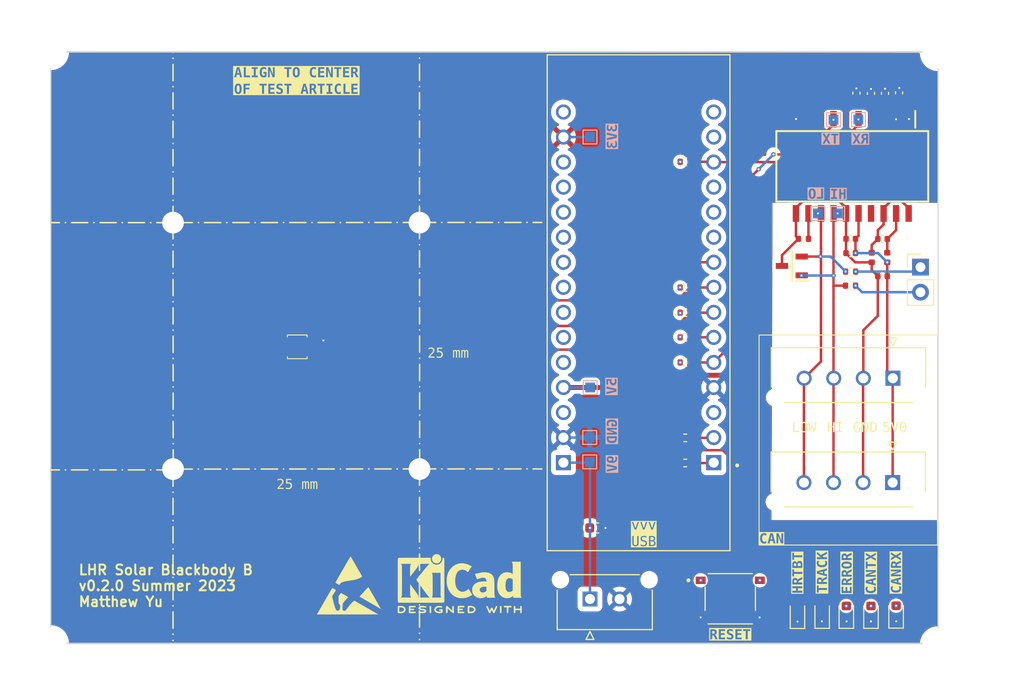
<source format=kicad_pcb>
(kicad_pcb (version 20221018) (generator pcbnew)
  (title_block (title "Blackbody B") (date "2023-07-16") (rev "v0.2.0") (company "LHR Solar") (comment 1 "Matthew Yu") (comment 2 "Jacob Pustilnik") (comment 3 "Gary Hallock"))
  (layers (0 "F.Cu" signal) (1 "In1.Cu" signal) (2 "In2.Cu" signal) (31 "B.Cu" signal) (34 "B.Paste" user) (35 "F.Paste" user) (36 "B.SilkS" user "B.Silkscreen") (37 "F.SilkS" user "F.Silkscreen") (38 "B.Mask" user) (39 "F.Mask" user) (44 "Edge.Cuts" user))
  (net 0 "")
  (net 1 "+9V")
  (net 2 "GND")
  (net 3 "+5V")
  (net 4 "+3V3")
  (net 5 "Net-(IC201-VISOOUT)")
  (net 6 "Net-(IC201-GNDISO_1)")
  (net 7 "Net-(IC201-VISOIN)")
  (net 8 "Net-(D201-K3)")
  (net 9 "Net-(D101-A)")
  (net 10 "Net-(D102-A)")
  (net 11 "Net-(D103-A)")
  (net 12 "Net-(D104-A)")
  (net 13 "Net-(D105-A)")
  (net 14 "/comm_can/CAN_H")
  (net 15 "/comm_can/CAN_L")
  (net 16 "/SCL")
  (net 17 "/INT")
  (net 19 "/SDA")
  (net 20 "/CAN_RX")
  (net 22 "/CAN_TX")
  (net 25 "Net-(IC201-RS)")
  (net 27 "Net-(JP201-A)")
  (net 28 "Net-(JP201-B)")
  (net 29 "/Error")
  (net 30 "/Tracking")
  (net 31 "/Heartbeat")
  (net 32 "/Reset")
  (footprint "Capacitor_SMD:C_0402_1005Metric" (layer "F.Cu") (at 174.365 82.75 180)
    (fp_text reference "C206" hide)
    (fp_text value "10uF")
    (pad "1" smd roundrect (at -0.48 0 180) (size 0.56 0.62) (layers "F.Cu" "F.Paste" "F.Mask") (net 7 "Net-(IC201-VISOIN)"))
    (pad "2" smd roundrect (at 0.48 0 180) (size 0.56 0.62) (layers "F.Cu" "F.Paste" "F.Mask") (net 8 "Net-(D201-K3)"))
  )
  (footprint "LED_SMD:LED_0603_1608Metric" (layer "F.Cu") (at 165.735 116.9975 90)
    (fp_text reference "D103" hide)
    (fp_text value "GREEN")
    (pad "1" smd roundrect (at -0.7875 0 90) (size 0.875 0.95) (layers "F.Cu" "F.Paste" "F.Mask") (net 2 "GND"))
    (pad "2" smd roundrect (at 0.7875 0 90) (size 0.875 0.95) (layers "F.Cu" "F.Paste" "F.Mask") (net 11 "Net-(D103-A)"))
  )
  (footprint "MountingHole:MountingHole_3.2mm_M3" (layer "F.Cu") (at 90 120)
    (fp_text reference "H104" hide)
    (fp_text value "MountingHole")
    (pad "" np_thru_hole circle (at 0 0) (size 3.2 3.2) (drill 3.2) (layers "*.Cu" "*.Mask"))
  )
  (footprint "Capacitor_SMD:C_0402_1005Metric" (layer "F.Cu") (at 174.615 64.21 90)
    (fp_text reference "C202" hide)
    (fp_text value "100nF")
    (pad "1" smd roundrect (at -0.48 0 90) (size 0.56 0.62) (layers "F.Cu" "F.Paste" "F.Mask") (net 3 "+5V"))
    (pad "2" smd roundrect (at 0.48 0 90) (size 0.56 0.62) (layers "F.Cu" "F.Paste" "F.Mask") (net 2 "GND"))
  )
  (footprint "Resistor_SMD:R_0402_1005Metric" (layer "F.Cu") (at 171.13 82.285 180)
    (fp_text reference "R203" hide)
    (fp_text value "60.4")
    (pad "1" smd roundrect (at -0.51 0 180) (size 0.54 0.64) (layers "F.Cu" "F.Paste" "F.Mask") (net 27 "Net-(JP201-A)"))
    (pad "2" smd roundrect (at 0.51 0 180) (size 0.54 0.64) (layers "F.Cu" "F.Paste" "F.Mask") (net 15 "/comm_can/CAN_L"))
  )
  (footprint "MountingHole:MountingHole_3.2mm_M3" (layer "F.Cu") (at 90 60)
    (fp_text reference "H103" hide)
    (fp_text value "MountingHole")
    (pad "" np_thru_hole circle (at 0 0) (size 3.2 3.2) (drill 3.2) (layers "*.Cu" "*.Mask"))
  )
  (footprint "footprints:molex_microfit_43650_0427" (layer "F.Cu") (at 175.39 103.685)
    (fp_text reference "J202" hide)
    (fp_text value "43650-0427")
    (pad "" np_thru_hole circle (at -12 1.96) (size 1.27 1.27) (drill 1.27) (layers "*.Cu" "*.Mask"))
    (pad "" np_thru_hole circle (at 3 1.96) (size 1.27 1.27) (drill 1.27) (layers "*.Cu" "*.Mask"))
    (pad "1" thru_hole rect (at 0 0) (size 1.52 1.52) (drill 1.02) (layers "*.Cu") (net 7 "Net-(IC201-VISOIN)"))
    (pad "2" thru_hole circle (at -3 0) (size 1.52 1.52) (drill 1.02) (layers "*.Cu") (net 8 "Net-(D201-K3)"))
    (pad "3" thru_hole circle (at -6 0) (size 1.52 1.52) (drill 1.02) (layers "*.Cu") (net 14 "/comm_can/CAN_H"))
    (pad "4" thru_hole circle (at -9 0) (size 1.52 1.52) (drill 1.02) (layers "*.Cu") (net 15 "/comm_can/CAN_L"))
  )
  (footprint "Resistor_SMD:R_0402_1005Metric" (layer "F.Cu") (at 154.35 86.45)
    (fp_text reference "R103" hide)
    (fp_text value "4.7k")
    (pad "1" smd roundrect (at -0.51 0) (size 0.54 0.64) (layers "F.Cu" "F.Paste" "F.Mask") (net 4 "+3V3"))
    (pad "2" smd roundrect (at 0.51 0) (size 0.54 0.64) (layers "F.Cu" "F.Paste" "F.Mask") (net 19 "/SDA"))
  )
  (footprint "MountingHole:MountingHole_2.2mm_M2" (layer "F.Cu") (at 127.400819 102.316664)
    (fp_text reference "FID104" hide)
    (fp_text value "Fiducial")
    (pad "" np_thru_hole circle (at 0 0) (size 2.2 2.2) (drill 2.2) (layers "*.Cu" "*.Mask"))
  )
  (footprint "Connector_PinHeader_2.54mm:PinHeader_1x02_P2.54mm_Vertical" (layer "F.Cu") (at 178.215 81.835)
    (fp_text reference "JP201" hide)
    (fp_text value "Termination Resistors")
    (pad "1" thru_hole rect (at 0 0) (size 1.7 1.7) (drill 1) (layers "*.Cu" "*.Mask") (net 27 "Net-(JP201-A)"))
    (pad "2" thru_hole oval (at 0 2.54) (size 1.7 1.7) (drill 1) (layers "*.Cu" "*.Mask") (net 28 "Net-(JP201-B)"))
  )
  (footprint "LED_SMD:LED_0603_1608Metric" (layer "F.Cu") (at 173.19 116.985 90)
    (fp_text reference "D104" hide)
    (fp_text value "BLUE")
    (pad "1" smd roundrect (at -0.7875 0 90) (size 0.875 0.95) (layers "F.Cu" "F.Paste" "F.Mask") (net 2 "GND"))
    (pad "2" smd roundrect (at 0.7875 0 90) (size 0.875 0.95) (layers "F.Cu" "F.Paste" "F.Mask") (net 12 "Net-(D104-A)"))
  )
  (footprint "Capacitor_SMD:C_0402_1005Metric" (layer "F.Cu") (at 174.365 78.975 180)
    (fp_text reference "C205" hide)
    (fp_text value "220nF")
    (pad "1" smd roundrect (at -0.48 0 180) (size 0.56 0.62) (layers "F.Cu" "F.Paste" "F.Mask") (net 5 "Net-(IC201-VISOOUT)"))
    (pad "2" smd roundrect (at 0.48 0 180) (size 0.56 0.62) (layers "F.Cu" "F.Paste" "F.Mask") (net 6 "Net-(IC201-GNDISO_1)"))
  )
  (footprint "footprints:molex_microfit_43650_0227" (layer "F.Cu") (at 144.69 115.495 180)
    (fp_text reference "J101" hide)
    (fp_text value "43650-0227")
    (pad "" np_thru_hole circle (at -6 1.96 180) (size 1.27 1.27) (drill 1.27) (layers "*.Cu" "*.Mask"))
    (pad "" np_thru_hole circle (at 3 1.96 180) (size 1.27 1.27) (drill 1.27) (layers "*.Cu" "*.Mask"))
    (pad "1" thru_hole rect (at 0 0 180) (size 1.52 1.52) (drill 1.02) (layers "*.Cu") (net 1 "+9V"))
    (pad "2" thru_hole circle (at -3 0 180) (size 1.52 1.52) (drill 1.02) (layers "*.Cu") (net 2 "GND"))
  )
  (footprint "Inductor_SMD:L_0402_1005Metric" (layer "F.Cu") (at 174.84 80.86 90)
    (fp_text reference "L201" hide)
    (fp_text value "1.8k")
    (pad "1" smd roundrect (at -0.485 0 90) (size 0.59 0.64) (layers "F.Cu" "F.Paste" "F.Mask") (net 7 "Net-(IC201-VISOIN)"))
    (pad "2" smd roundrect (at 0.485 0 90) (size 0.59 0.64) (layers "F.Cu" "F.Paste" "F.Mask") (net 5 "Net-(IC201-VISOOUT)"))
  )
  (footprint "Capacitor_SMD:C_0402_1005Metric" (layer "F.Cu") (at 171.715 64.185 90)
    (fp_text reference "C203" hide)
    (fp_text value "100nF")
    (pad "1" smd roundrect (at -0.48 0 90) (size 0.56 0.62) (layers "F.Cu" "F.Paste" "F.Mask") (net 4 "+3V3"))
    (pad "2" smd roundrect (at 0.48 0 90) (size 0.56 0.62) (layers "F.Cu" "F.Paste" "F.Mask") (net 2 "GND"))
  )
  (footprint "Capacitor_SMD:C_0402_1005Metric" (layer "F.Cu") (at 173.19 64.21 90)
    (fp_text reference "C204" hide)
    (fp_text value "10nF")
    (pad "1" smd roundrect (at -0.48 0 90) (size 0.56 0.62) (layers "F.Cu" "F.Paste" "F.Mask") (net 4 "+3V3"))
    (pad "2" smd roundrect (at 0.48 0 90) (size 0.56 0.62) (layers "F.Cu" "F.Paste" "F.Mask") (net 2 "GND"))
  )
  (footprint "Symbol:ESD-Logo_6.6x6mm_SilkScreen" (layer "F.Cu") (at 120.25 114.1)
    (fp_text reference "REF**" hide)
    (fp_text value "ESD-Logo_6.6x6mm_SilkScreen" hide)
  )
  (footprint "MountingHole:MountingHole_2.2mm_M2" (layer "F.Cu") (at 102.400819 102.316664)
    (fp_text reference "FID103" hide)
    (fp_text value "Fiducial")
    (pad "" np_thru_hole circle (at 0 0) (size 2.2 2.2) (drill 2.2) (layers "*.Cu" "*.Mask"))
  )
  (footprint "LED_SMD:LED_0603_1608Metric" (layer "F.Cu") (at 168.24 116.985 90)
    (fp_text reference "D102" hide)
    (fp_text value "GREEN")
    (pad "1" smd roundrect (at -0.7875 0 90) (size 0.875 0.95) (layers "F.Cu" "F.Paste" "F.Mask") (net 2 "GND"))
    (pad "2" smd roundrect (at 0.7875 0 90) (size 0.875 0.95) (layers "F.Cu" "F.Paste" "F.Mask") (net 10 "Net-(D102-A)"))
  )
  (footprint "MountingHole:MountingHole_2.2mm_M2" (layer "F.Cu") (at 127.400819 77.316664)
    (fp_text reference "FID102" hide)
    (fp_text value "Fiducial")
    (pad "" np_thru_hole circle (at 0 0) (size 2.2 2.2) (drill 2.2) (layers "*.Cu" "*.Mask"))
  )
  (footprint "LED_SMD:LED_0603_1608Metric" (layer "F.Cu") (at 170.69 116.985 90)
    (fp_text reference "D101" hide)
    (fp_text value "YELLOW")
    (pad "1" smd roundrect (at -0.7875 0 90) (size 0.875 0.95) (layers "F.Cu" "F.Paste" "F.Mask") (net 2 "GND"))
    (pad "2" smd roundrect (at 0.7875 0 90) (size 0.875 0.95) (layers "F.Cu" "F.Paste" "F.Mask") (net 9 "Net-(D101-A)"))
  )
  (footprint "Capacitor_SMD:C_0402_1005Metric" (layer "F.Cu") (at 171.14 78.96 180)
    (fp_text reference "C207" hide)
    (fp_text value "10nF")
    (pad "1" smd roundrect (at -0.48 0 180) (size 0.56 0.62) (layers "F.Cu" "F.Paste" "F.Mask") (net 7 "Net-(IC201-VISOIN)"))
    (pad "2" smd roundrect (at 0.48 0 180) (size 0.56 0.62) (layers "F.Cu" "F.Paste" "F.Mask") (net 8 "Net-(D201-K3)"))
  )
  (footprint "MountingHole:MountingHole_3.2mm_M3" (layer "F.Cu") (at 180 120.1)
    (fp_text reference "H102" hide)
    (fp_text value "MountingHole")
    (pad "" np_thru_hole circle (at 0 0) (size 3.2 3.2) (drill 3.2) (layers "*.Cu" "*.Mask"))
  )
  (footprint "footprints:analog_ADM3055EBRIZ" (layer "F.Cu") (at 171.295 71.61 -90)
    (fp_text reference "IC201" hide)
    (fp_text value "ADM3055EBRIZ" hide)
    (pad "1" smd rect (at -4.775 -5.715) (size 0.65 1.7) (layers "F.Cu" "F.Paste" "F.Mask") (net 2 "GND"))
    (pad "2" smd rect (at -4.775 -4.445) (size 0.65 1.7) (layers "F.Cu" "F.Paste" "F.Mask") (net 2 "GND"))
    (pad "3" smd rect (at -4.775 -3.175) (size 0.65 1.7) (layers "F.Cu" "F.Paste" "F.Mask") (net 3 "+5V"))
    (pad "4" smd rect (at -4.775 -1.905) (size 0.65 1.7) (layers "F.Cu" "F.Paste" "F.Mask") (net 4 "+3V3"))
    (pad "5" smd rect (at -4.775 -0.635) (size 0.65 1.7) (layers "F.Cu" "F.Paste" "F.Mask") (net 20 "/CAN_RX"))
    (pad "6" smd rect (at -4.775 0.635) (size 0.65 1.7) (layers "F.Cu" "F.Paste" "F.Mask"))
    (pad "7" smd rect (at -4.775 1.905) (size 0.65 1.7) (layers "F.Cu" "F.Paste" "F.Mask") (net 22 "/CAN_TX"))
    (pad "8" smd rect (at -4.775 3.175) (size 0.65 1.7) (layers "F.Cu" "F.Paste" "F.Mask"))
    (pad "9" smd rect (at -4.775 4.445) (size 0.65 1.7) (layers "F.Cu" "F.Paste" "F.Mask"))
    (pad "10" smd rect (at -4.775 5.715) (size 0.65 1.7) (layers "F.Cu" "F.Paste" "F.Mask") (net 2 "GND"))
    (pad "11" smd rect (at 4.775 5.715) (size 0.65 1.7) (layers "F.Cu" "F.Paste" "F.Mask") (net 8 "Net-(D201-K3)"))
    (pad "12" smd rect (at 4.775 4.445) (size 0.65 1.7) (layers "F.Cu" "F.Paste" "F.Mask") (net 25 "Net-(IC201-RS)"))
    (pad "13" smd rect (at 4.775 3.175) (size 0.65 1.7) (layers "F.Cu" "F.Paste" "F.Mask") (net 15 "/comm_can/CAN_L"))
    (pad "14" smd rect (at 4.775 1.905) (size 0.65 1.7) (layers "F.Cu" "F.Paste" "F.Mask") (net 14 "/comm_can/CAN_H"))
    (pad "15" smd rect (at 4.775 0.635) (size 0.65 1.7) (layers "F.Cu" "F.Paste" "F.Mask") (net 8 "Net-(D201-K3)"))
    (pad "16" smd rect (at 4.775 -0.635) (size 0.65 1.7) (layers "F.Cu" "F.Paste" "F.Mask") (net 7 "Net-(IC201-VISOIN)"))
    (pad "17" smd rect (at 4.775 -1.905) (size 0.65 1.7) (layers "F.Cu" "F.Paste" "F.Mask"))
    (pad "18" smd rect (at 4.775 -3.175) (size 0.65 1.7) (layers "F.Cu" "F.Paste" "F.Mask") (net 6 "Net-(IC201-GNDISO_1)"))
    (pad "19" smd rect (at 4.775 -4.445) (size 0.65 1.7) (layers "F.Cu" "F.Paste" "F.Mask") (net 5 "Net-(IC201-VISOOUT)"))
    (pad "20" smd rect (at 4.775 -5.715) (size 0.65 1.7) (layers "F.Cu" "F.Paste" "F.Mask") (net 6 "Net-(IC201-GNDISO_1)"))
  )
  (footprint "footprints:stm_nucleo_L432KC" (layer "F.Cu") (at 149.62 85.445 180)
    (fp_text reference "U101" hide)
    (fp_text value "NUCLEO-L432KC")
    (pad "1" thru_hole rect (at -7.62 -16.215 180) (size 1.53 1.53) (drill 1.02) (layers "*.Cu" "*.Mask") (net 31 "/Heartbeat"))
    (pad "2" thru_hole circle (at -7.62 -13.675 180) (size 1.53 1.53) (drill 1.02) (layers "*.Cu" "*.Mask") (net 30 "/Tracking"))
    (pad "3" thru_hole circle (at -7.62 -11.135 180) (size 1.53 1.53) (drill 1.02) (layers "*.Cu" "*.Mask") (net 32 "/Reset"))
    (pad "4" thru_hole circle (at -7.62 -8.595 180) (size 1.53 1.53) (drill 1.02) (layers "*.Cu" "*.Mask") (net 2 "GND"))
    (pad "5" thru_hole circle (at -7.62 -6.055 180) (size 1.53 1.53) (drill 1.02) (layers "*.Cu" "*.Mask") (net 22 "/CAN_TX"))
    (pad "6" thru_hole circle (at -7.62 -3.515 180) (size 1.53 1.53) (drill 1.02) (layers "*.Cu" "*.Mask") (net 29 "/Error"))
    (pad "7" thru_hole circle (at -7.62 -0.975 180) (size 1.53 1.53) (drill 1.02) (layers "*.Cu" "*.Mask") (net 19 "/SDA"))
    (pad "8" thru_hole circle (at -7.62 1.565 180) (size 1.53 1.53) (drill 1.02) (layers "*.Cu" "*.Mask") (net 16 "/SCL"))
    (pad "9" thru_hole circle (at -7.62 4.105 180) (size 1.53 1.53) (drill 1.02) (layers "*.Cu" "*.Mask") (net 17 "/INT"))
    (pad "10" thru_hole circle (at -7.62 6.645 180) (size 1.53 1.53) (drill 1.02) (layers "*.Cu" "*.Mask"))
    (pad "11" thru_hole circle (at -7.62 9.185 180) (size 1.53 1.53) (drill 1.02) (layers "*.Cu" "*.Mask"))
    (pad "12" thru_hole circle (at -7.62 11.725 180) (size 1.53 1.53) (drill 1.02) (layers "*.Cu" "*.Mask"))
    (pad "13" thru_hole circle (at -7.62 14.265 180) (size 1.53 1.53) (drill 1.02) (layers "*.Cu" "*.Mask") (net 20 "/CAN_RX"))
    (pad "14" thru_hole circle (at -7.62 16.805 180) (size 1.53 1.53) (drill 1.02) (layers "*.Cu" "*.Mask"))
    (pad "15" thru_hole circle (at -7.62 19.345 180) (size 1.53 1.53) (drill 1.02) (layers "*.Cu" "*.Mask"))
    (pad "16" thru_hole circle (at 7.62 19.345 180) (size 1.53 1.53) (drill 1.02) (layers "*.Cu" "*.Mask"))
    (pad "17" thru_hole circle (at 7.62 16.805 180) (size 1.53 1.53) (drill 1.02) (layers "*.Cu" "*.Mask") (net 4 "+3V3"))
    (pad "18" thru_hole circle (at 7.62 14.265 180) (size 1.53 1.53) (drill 1.02) (layers "*.Cu" "*.Mask"))
    (pad "19" thru_hole circle (at 7.62 11.725 180) (size 1.53 1.53) (drill 1.02) (layers "*.Cu" "*.Mask"))
    (pad "20" thru_hole circle (at 7.62 9.185 180) (size 1.53 1.53) (drill 1.02) (layers "*.Cu" "*.Mask"))
    (pad "21" thru_hole circle (at 7.62 6.645 180) (size 1.53 1.53) (drill 1.02) (layers "*.Cu" "*.Mask"))
    (pad "22" thru_hole circle (at 7.62 4.105 180) (size 1.53 1.53) (drill 1.02) (layers "*.Cu" "*.Mask"))
    (pad "23" thru_hole circle (at 7.62 1.565 180) (size 1.53 1.53) (drill 1.02) (layers "*.Cu" "*.Mask"))
    (pad "24" thru_hole circle (at 7.62 -0.975 180) (size 1.53 1.53) (drill 1.02) (layers "*.Cu" "*.Mask"))
    (pad "25" thru_hole circle (at 7.62 -3.515 180) (size 1.53 1.53) (drill 1.02) (layers "*.Cu" "*.Mask"))
    (pad "26" thru_hole circle (at 7.62 -6.055 180) (size 1.53 1.53) (drill 1.02) (layers "*.Cu" "*.Mask"))
    (pad "27" thru_hole circle (at 7.62 -8.595 180) (size 1.53 1.53) (drill 1.02) (layers "*.Cu" "*.Mask") (net 3 "+5V"))
    (pad "28" thru_hole circle (at 7.62 -11.135 180) (size 1.53 1.53) (drill 1.02) (layers "*.Cu" "*.Mask") (net 32 "/Reset"))
    (pad "29" thru_hole circle (at 7.62 -13.675 180) (size 1.53 1.53) (drill 1.02) (layers "*.Cu" "*.Mask") (net 2 "GND"))
    (pad "30" thru_hole rect (at 7.62 -16.215 180) (size 1.53 1.53) (drill 1.02) (layers "*.Cu" "*.Mask") (net 1 "+9V"))
  )
  (footprint "footprints:molex_microfit_43650_0427" (layer "F.Cu") (at 175.415 93.1)
    (fp_text reference "J201" hide)
    (fp_text value "43650-0427")
    (pad "" np_thru_hole circle (at -12 1.96) (size 1.27 1.27) (drill 1.27) (layers "*.Cu" "*.Mask"))
    (pad "" np_thru_hole circle (at 3 1.96) (size 1.27 1.27) (drill 1.27) (layers "*.Cu" "*.Mask"))
    (pad "1" thru_hole rect (at 0 0) (size 1.52 1.52) (drill 1.02) (layers "*.Cu") (net 7 "Net-(IC201-VISOIN)"))
    (pad "2" thru_hole circle (at -3 0) (size 1.52 1.52) (drill 1.02) (layers "*.Cu") (net 8 "Net-(D201-K3)"))
    (pad "3" thru_hole circle (at -6 0) (size 1.52 1.52) (drill 1.02) (layers "*.Cu") (net 14 "/comm_can/CAN_H"))
    (pad "4" thru_hole circle (at -9 0) (size 1.52 1.52) (drill 1.02) (layers "*.Cu") (net 15 "/comm_can/CAN_L"))
  )
  (footprint "Capacitor_SMD:C_0402_1005Metric" (layer "F.Cu") (at 176.04 64.16 90)
    (fp_text reference "C201" hide)
    (fp_text value "10uF")
    (pad "1" smd roundrect (at -0.48 0 90) (size 0.56 0.62) (layers "F.Cu" "F.Paste" "F.Mask") (net 3 "+5V"))
    (pad "2" smd roundrect (at 0.48 0 90) (size 0.56 0.62) (layers "F.Cu" "F.Paste" "F.Mask") (net 2 "GND"))
  )
  (footprint "Resistor_SMD:R_0402_1005Metric" (layer "F.Cu") (at 154.35 91.5)
    (fp_text reference "R106" hide)
    (fp_text value "100")
    (pad "1" smd roundrect (at -0.51 0) (size 0.54 0.64) (layers "F.Cu" "F.Paste" "F.Mask") (net 12 "Net-(D104-A)"))
    (pad "2" smd roundrect (at 0.51 0) (size 0.54 0.64) (layers "F.Cu" "F.Paste" "F.Mask") (net 22 "/CAN_TX"))
  )
  (footprint "Capacitor_SMD:C_0603_1608Metric" (layer "F.Cu") (at 145.44 108.285)
    (fp_text reference "C101" hide)
    (fp_text value "10uF")
    (pad "1" smd roundrect (at -0.775 0) (size 0.9 0.95) (layers "F.Cu" "F.Paste" "F.Mask") (net 1 "+9V"))
    (pad "2" smd roundrect (at 0.775 0) (size 0.9 0.95) (layers "F.Cu" "F.Paste" "F.Mask") (net 2 "GND"))
  )
  (footprint "Symbol:KiCad-Logo2_5mm_SilkScreen" (layer "F.Cu") (at 131.475 113.925)
    (fp_text reference "REF**" hide)
    (fp_text value "KiCad-Logo2_5mm_SilkScreen" hide)
  )
  (footprint "Resistor_SMD:R_0402_1005Metric" (layer "F.Cu") (at 166.34 78.96 180)
    (fp_text reference "R201" hide)
    (fp_text value "0")
    (pad "1" smd roundrect (at -0.51 0 180) (size 0.54 0.64) (layers "F.Cu" "F.Paste" "F.Mask") (net 25 "Net-(IC201-RS)"))
    (pad "2" smd roundrect (at 0.51 0 180) (size 0.54 0.64) (layers "F.Cu" "F.Paste" "F.Mask") (net 8 "Net-(D201-K3)"))
  )
  (footprint "Resistor_SMD:R_0402_1005Metric" (layer "F.Cu") (at 154.35 101.7)
    (fp_text reference "R105" hide)
    (fp_text value "100")
    (pad "1" smd roundrect (at -0.51 0) (size 0.54 0.64) (layers "F.Cu" "F.Paste" "F.Mask") (net 11 "Net-(D103-A)"))
    (pad "2" smd roundrect (at 0.51 0) (size 0.54 0.64) (layers "F.Cu" "F.Paste" "F.Mask") (net 31 "/Heartbeat"))
  )
  (footprint "footprints:bourns_CDSOT23_T24CAN" (layer "F.Cu") (at 165.165 81.71 180)
    (fp_text reference "D201" hide)
    (fp_text value "CDSOT23-T24CAN" hide)
    (pad "1" smd rect (at -1 -0.95 270) (size 0.6 1.25) (layers "F.Cu" "F.Paste" "F.Mask") (net 14 "/comm_can/CAN_H"))
    (pad "2" smd rect (at -1 0.95 270) (size 0.6 1.25) (layers "F.Cu" "F.Paste" "F.Mask") (net 15 "/comm_can/CAN_L"))
    (pad "3" smd rect (at 1 0 270) (size 0.6 1.25) (layers "F.Cu" "F.Paste" "F.Mask") (net 8 "Net-(D201-K3)"))
  )
  (footprint "Resistor_SMD:R_0402_1005Metric" (layer "F.Cu") (at 154.35 88.95)
    (fp_text reference "R102" hide)
    (fp_text value "100")
    (pad "1" smd roundrect (at -0.51 0) (size 0.54 0.64) (layers "F.Cu" "F.Paste" "F.Mask") (net 9 "Net-(D101-A)"))
    (pad "2" smd roundrect (at 0.51 0) (size 0.54 0.64) (layers "F.Cu" "F.Paste" "F.Mask") (net 29 "/Error"))
  )
  (footprint "footprints:xkb_TS_1187A_B_A_B" (layer "F.Cu") (at 158.92 115.47)
    (fp_text reference "S101" hide)
    (fp_text value "TS-1187A-B-A-B")
    (pad "A" smd rect (at -3 -1.875) (size 1 0.75) (layers "F.Cu" "F.Paste" "F.Mask") (net 32 "/Reset"))
    (pad "B" smd rect (at 3 -1.875) (size 1 0.75) (layers "F.Cu" "F.Paste" "F.Mask") (net 32 "/Reset"))
    (pad "C" smd rect (at -3 1.875) (size 1 0.75) (layers "F.Cu" "F.Paste" "F.Mask") (net 2 "GND"))
    (pad "D" smd rect (at 3 1.875) (size 1 0.75) (layers "F.Cu" "F.Paste" "F.Mask") (net 2 "GND"))
  )
  (footprint "Resistor_SMD:R_0402_1005Metric" (layer "F.Cu") (at 154.35 99.15)
    (fp_text reference "R104" hide)
    (fp_text value "100")
    (pad "1" smd roundrect (at -0.51 0) (size 0.54 0.64) (layers "F.Cu" "F.Paste" "F.Mask") (net 10 "Net-(D102-A)"))
    (pad "2" smd roundrect (at 0.51 0) (size 0.54 0.64) (layers "F.Cu" "F.Paste" "F.Mask") (net 30 "/Tracking"))
  )
  (footprint "Resistor_SMD:R_0402_1005Metric" (layer "F.Cu") (at 171.115 83.71 180)
    (fp_text reference "R202" hide)
    (fp_text value "60.4")
    (pad "1" smd roundrect (at -0.51 0 180) (size 0.54 0.64) (layers "F.Cu" "F.Paste" "F.Mask") (net 28 "Net-(JP201-B)"))
    (pad "2" smd roundrect (at 0.51 0 180) (size 0.54 0.64) (layers "F.Cu" "F.Paste" "F.Mask") (net 14 "/comm_can/CAN_H"))
  )
  (footprint "Resistor_SMD:R_0402_1005Metric" (layer "F.Cu") (at 154.35 83.9)
    (fp_text reference "R101" hide)
    (fp_text value "4.7k")
    (pad "1" smd roundrect (at -0.51 0) (size 0.54 0.64) (layers "F.Cu" "F.Paste" "F.Mask") (net 4 "+3V3"))
    (pad "2" smd roundrect (at 0.51 0) (size 0.54 0.64) (layers "F.Cu" "F.Paste" "F.Mask") (net 16 "/SCL"))
  )
  (footprint "Inductor_SMD:L_0402_1005Metric" (layer "F.Cu") (at 173.265 80.86 90)
    (fp_text reference "L202" hide)
    (fp_text value "1.8k")
    (pad "1" smd roundrect (at -0.485 0 90) (size 0.59 0.64) (layers "F.Cu" "F.Paste" "F.Mask") (net 8 "Net-(D201-K3)"))
    (pad "2" smd roundrect (at 0.485 0 90) (size 0.59 0.64) (layers "F.Cu" "F.Paste" "F.Mask") (net 6 "Net-(IC201-GNDISO_1)"))
  )
  (footprint "MountingHole:MountingHole_3.2mm_M3" (layer "F.Cu") (at 180 60.1)
    (fp_text reference "H101" hide)
    (fp_text value "MountingHole")
    (pad "" np_thru_hole circle (at 0 0) (size 3.2 3.2) (drill 3.2) (layers "*.Cu" "*.Mask"))
  )
  (footprint "Resistor_SMD:R_0402_1005Metric" (layer "F.Cu") (at 154.35 71.15)
    (fp_text reference "R107" hide)
    (fp_text value "100")
    (pad "1" smd roundrect (at -0.51 0) (size 0.54 0.64) (layers "F.Cu" "F.Paste" "F.Mask") (net 13 "Net-(D105-A)"))
    (pad "2" smd roundrect (at 0.51 0) (size 0.54 0.64) (layers "F.Cu" "F.Paste" "F.Mask") (net 20 "/CAN_RX"))
  )
  (footprint "LED_SMD:LED_0603_1608Metric" (layer "F.Cu") (at 175.74 116.96 90)
    (fp_text reference "D105" hide)
    (fp_text value "BLUE")
    (pad "1" smd roundrect (at -0.7875 0 90) (size 0.875 0.95) (layers "F.Cu" "F.Paste" "F.Mask") (net 2 "GND"))
    (pad "2" smd roundrect (at 0.7875 0 90) (size 0.875 0.95) (layers "F.Cu" "F.Paste" "F.Mask") (net 13 "Net-(D105-A)"))
  )
  (footprint "Capacitor_SMD:C_0402_1005Metric" (layer "F.Cu") (at 171.14 80.41 180)
    (fp_text reference "C208" hide)
    (fp_text value "100nF")
    (pad "1" smd roundrect (at -0.48 0 180) (size 0.56 0.62) (layers "F.Cu" "F.Paste" "F.Mask") (net 7 "Net-(IC201-VISOIN)"))
    (pad "2" smd roundrect (at 0.48 0 180) (size 0.56 0.62) (layers "F.Cu" "F.Paste" "F.Mask") (net 8 "Net-(D201-K3)"))
  )
  (footprint "MountingHole:MountingHole_2.2mm_M2" (layer "F.Cu") (at 102.400819 77.316664)
    (fp_text reference "FID101" hide)
    (fp_text value "Fiducial")
    (pad "" np_thru_hole circle (at 0 0) (size 2.2 2.2) (drill 2.2) (layers "*.Cu" "*.Mask"))
  )
  (footprint "footprints:ams_TSL25911FN" (layer "F.Cu") (at 115.000819 89.916664 180)
    (fp_text reference "IC101" hide)
    (fp_text value "TSL25911FN" hide)
    (pad "1" smd rect (at -0.75 -0.65 270) (size 0.35 1.2) (layers "F.Cu" "F.Paste" "F.Mask") (net 16 "/SCL"))
    (pad "2" smd rect (at -0.75 0 270) (size 0.35 1.2) (layers "F.Cu" "F.Paste" "F.Mask") (net 17 "/INT"))
    (pad "3" smd rect (at -0.75 0.65 270) (size 0.35 1.2) (layers "F.Cu" "F.Paste" "F.Mask") (net 2 "GND"))
    (pad "4" smd rect (at 0.75 0.65 270) (size 0.35 1.2) (layers "F.Cu" "F.Paste" "F.Mask"))
    (pad "5" smd rect (at 0.75 0 270) (size 0.35 1.2) (layers "F.Cu" "F.Paste" "F.Mask") (net 4 "+3V3"))
    (pad "6" smd rect (at 0.75 -0.65 270) (size 0.35 1.2) (layers "F.Cu" "F.Paste" "F.Mask") (net 19 "/SDA"))
  )
  (footprint "TestPoint:TestPoint_Pad_1.0x1.0mm" (layer "B.Cu") (at 169.39 66.885 -90)
    (fp_text reference "TP202" hide)
    (fp_text value "CAN TX TP")
    (pad "1" smd rect (at 0 0 270) (size 1 1) (layers "B.Cu" "B.Mask") (net 22 "/CAN_TX"))
  )
  (footprint "TestPoint:TestPoint_Pad_1.0x1.0mm" (layer "B.Cu") (at 169.815 76.385 -90)
    (fp_text reference "TP204" hide)
    (fp_text value "CAN H TP")
    (pad "1" smd rect (at 0 0 270) (size 1 1) (layers "B.Cu" "B.Mask") (net 14 "/comm_can/CAN_H"))
  )
  (footprint "TestPoint:TestPoint_Pad_1.0x1.0mm" (layer "B.Cu") (at 144.665 101.585 180)
    (fp_text reference "TP104" hide)
    (fp_text value "9V TP")
    (pad "1" smd rect (at 0 0 180) (size 1 1) (layers "B.Cu" "B.Mask") (net 1 "+9V"))
  )
  (footprint "TestPoint:TestPoint_Pad_1.0x1.0mm" (layer "B.Cu") (at 171.915 66.86 -90)
    (fp_text reference "TP201" hide)
    (fp_text value "CAN RX TP")
    (pad "1" smd rect (at 0 0 270) (size 1 1) (layers "B.Cu" "B.Mask") (net 20 "/CAN_RX"))
  )
  (footprint "TestPoint:TestPoint_Pad_1.0x1.0mm" (layer "B.Cu") (at 144.69 68.635 180)
    (fp_text reference "TP101" hide)
    (fp_text value "3.3V TP")
    (pad "1" smd rect (at 0 0 180) (size 1 1) (layers "B.Cu" "B.Mask") (net 4 "+3V3"))
  )
  (footprint "TestPoint:TestPoint_Pad_1.0x1.0mm" (layer "B.Cu") (at 167.815 76.385 -90)
    (fp_text reference "TP203" hide)
    (fp_text value "CAN L TP")
    (pad "1" smd rect (at 0 0 270) (size 1 1) (layers "B.Cu" "B.Mask") (net 15 "/comm_can/CAN_L"))
  )
  (footprint "TestPoint:TestPoint_Pad_1.0x1.0mm" (layer "B.Cu") (at 144.665 99.11 180)
    (fp_text reference "TP103" hide)
    (fp_text value "GND TP")
    (pad "1" smd rect (at 0 0 180) (size 1 1) (layers "B.Cu" "B.Mask") (net 2 "GND"))
  )
  (footprint "TestPoint:TestPoint_Pad_1.0x1.0mm" (layer "B.Cu") (at 144.715 94.035 180)
    (fp_text reference "TP102" hide)
    (fp_text value "5V TP")
    (pad "1" smd rect (at 0 0 180) (size 1 1) (layers "B.Cu" "B.Mask") (net 3 "+5V"))
  )
  (gr_line (start 127.4 77.3) (end 102.400819 77.316664) (stroke (width 0.15) (type dash_dot)) (layer "F.SilkS"))
  (gr_line (start 102.400819 77.316664) (end 102.4 60) (stroke (width 0.15) (type dash_dot)) (layer "F.SilkS"))
  (gr_line (start 127.4 102.3) (end 102.400819 102.316664) (stroke (width 0.15) (type dash_dot)) (layer "F.SilkS"))
  (gr_line (start 102.400819 77.316664) (end 90.000819 77.316664) (stroke (width 0.15) (type dash_dot)) (layer "F.SilkS"))
  (gr_line (start 127.4 102.3) (end 127.400819 119.616664) (stroke (width 0.15) (type dash_dot)) (layer "F.SilkS"))
  (gr_line (start 127.4 77.3) (end 127.399181 59.983336) (stroke (width 0.15) (type dash_dot)) (layer "F.SilkS"))
  (gr_line (start 102.4 102.4) (end 102.400819 119.716664) (stroke (width 0.15) (type dash_dot)) (layer "F.SilkS"))
  (gr_line (start 127.4 77.3) (end 127.416664 102.299181) (stroke (width 0.15) (type dash_dot)) (layer "F.SilkS"))
  (gr_rect (start 161.84 88.72) (end 179.94 110.02) (stroke (width 0.1)) (fill none) (layer "F.SilkS"))
  (gr_line (start 102.400819 77.316664) (end 102.417483 102.315845) (stroke (width 0.15) (type dash_dot)) (layer "F.SilkS"))
  (gr_line (start 127.4 102.3) (end 139.8 102.3) (stroke (width 0.15) (type dash_dot)) (layer "F.SilkS"))
  (gr_line (start 127.4 77.3) (end 139.8 77.3) (stroke (width 0.15) (type dash_dot)) (layer "F.SilkS"))
  (gr_line (start 102.4 102.4) (end 90 102.4) (stroke (width 0.15) (type dash_dot)) (layer "F.SilkS"))
  (gr_line (start 90 120) (end 90 60) (stroke (width 0.1)) (layer "Edge.Cuts"))
  (gr_line (start 180 120) (end 180 60) (stroke (width 0.1)) (layer "Edge.Cuts"))
  (gr_line (start 180 60) (end 90 60) (stroke (width 0.15)) (layer "Edge.Cuts"))
  (gr_line (start 180 120) (end 90 120) (stroke (width 0.15)) (layer "Edge.Cuts"))
  (gr_text "5V" (at 147.54 93.06 90) (layer "B.SilkS" knockout) (effects (font (size 1 1) (thickness 0.2) bold) (justify left bottom mirror)))
  (gr_text "TX" (at 169.94 69.485) (layer "B.SilkS" knockout) (effects (font (size 1 1) (thickness 0.2) bold) (justify left bottom mirror)))
  (gr_text "3V3" (at 147.59 67.31 90) (layer "B.SilkS" knockout) (effects (font (size 1 1) (thickness 0.2) bold) (justify left bottom mirror)))
  (gr_text "GND" (at 147.59 97.21 90) (layer "B.SilkS" knockout) (effects (font (size 1 1) (thickness 0.2) bold) (justify left bottom mirror)))
  (gr_text "9V" (at 147.59 100.935 90) (layer "B.SilkS" knockout) (effects (font (size 1 1) (thickness 0.2) bold) (justify left bottom mirror)))
  (gr_text "HI" (at 170.715 75.085) (layer "B.SilkS" knockout) (effects (font (size 1 1) (thickness 0.2) bold) (justify left bottom mirror)))
  (gr_text "LO" (at 168.49 75.06) (layer "B.SilkS" knockout) (effects (font (size 1 1) (thickness 0.2) bold) (justify left bottom mirror)))
  (gr_text "RX" (at 172.99 69.485) (layer "B.SilkS" knockout) (effects (font (size 1 1) (thickness 0.2) bold) (justify left bottom mirror)))
  (gr_text "5V0" (at 174.34 98.735) (layer "F.SilkS") (effects (font (size 1 1) (thickness 0.2)) (justify left bottom)))
  (gr_text "HI" (at 168.74 98.735) (layer "F.SilkS") (effects (font (size 1 1) (thickness 0.2)) (justify left bottom)))
  (gr_text "ERROR" (at 171.4 115 90) (layer "F.SilkS" knockout) (effects (font (size 1 1) (thickness 0.2) bold) (justify left bottom)))
  (gr_text "CANTX" (at 173.85 115 90) (layer "F.SilkS" knockout) (effects (font (size 1 1) (thickness 0.2) bold) (justify left bottom)))
  (gr_text "25 mm" (at 115 104.5) (layer "F.SilkS") (effects (font (size 1 1) (thickness 0.125)) (justify bottom)))
  (gr_text "LHR Solar Blackbody B\nv0.2.0 Summer 2023\nMatthew Yu" (at 92.725 116.35) (layer "F.SilkS") (effects (font (size 1 1) (thickness 0.2) bold) (justify left bottom)))
  (gr_text "RESET" (at 156.8 119.75) (layer "F.SilkS" knockout) (effects (font (size 1 1) (thickness 0.2) bold) (justify left bottom)))
  (gr_text "25 mm" (at 128.2 90.6) (layer "F.SilkS") (effects (font (size 1 1) (thickness 0.125)) (justify left)))
  (gr_text "CAN" (at 161.84 110.02) (layer "F.SilkS" knockout) (effects (font (size 1 1) (thickness 0.2) bold) (justify left bottom)))
  (gr_text "CANRX" (at 176.4 114.95 90) (layer "F.SilkS" knockout) (effects (font (size 1 1) (thickness 0.2) bold) (justify left bottom)))
  (gr_text "ALIGN TO CENTER\nOF TEST ARTICLE" (at 114.9 63) (layer "F.SilkS" knockout) (effects (font (size 1 1) (thickness 0.15) bold)))
  (gr_text "HRTBT" (at 166.4 114.95 90) (layer "F.SilkS" knockout) (effects (font (size 1 1) (thickness 0.2) bold) (justify left bottom)))
  (gr_text "TRACK" (at 168.9 114.9 90) (layer "F.SilkS" knockout) (effects (font (size 1 1) (thickness 0.2) bold) (justify left bottom)))
  (gr_text "vvv\nUSB" (at 150.145 108.87) (layer "F.SilkS" knockout) (effects (font (size 1 1) (thickness 0.2))))
  (gr_text "LOW" (at 165.14 98.735) (layer "F.SilkS") (effects (font (size 1 1) (thickness 0.2)) (justify left bottom)))
  (gr_text "GND" (at 171.34 98.735) (layer "F.SilkS") (effects (font (size 1 1) (thickness 0.2)) (justify left bottom)))
  (segment (start 144.665 108.285) (end 144.69 108.285) (width 0.25) (layer "F.Cu") (net 1))
  (via (at 144.69 108.285) (size 0.45) (drill 0.2) (layers "F.Cu" "B.Cu") (net 1))
  (segment (start 144.69 115.495) (end 144.69 108.285) (width 0.25) (layer "B.Cu") (net 1))
  (segment (start 144.69 101.61) (end 144.665 101.585) (width 0.25) (layer "B.Cu") (net 1))
  (segment (start 144.69 108.285) (end 144.69 101.61) (width 0.25) (layer "B.Cu") (net 1))
  (segment (start 142 101.66) (end 144.59 101.66) (width 0.25) (layer "B.Cu") (net 1))
  (segment (start 144.59 101.66) (end 144.665 101.585) (width 0.25) (layer "B.Cu") (net 1))
  (segment (start 168.2275 117.7725) (end 168.215 117.76) (width 0.25) (layer "F.Cu") (net 2))
  (segment (start 177.01 66.835) (end 177.015 66.835) (width 0.25) (layer "F.Cu") (net 2))
  (segment (start 170.69 117.7725) (end 170.7025 117.7725) (width 0.25) (layer "F.Cu") (net 2))
  (segment (start 146.215 108.285) (end 146.265 108.285) (width 0.25) (layer "F.Cu") (net 2))
  (segment (start 171.715 63.705) (end 171.715 63.71) (width 0.25) (layer "F.Cu") (net 2))
  (segment (start 176.04 63.68) (end 176.045 63.68) (width 0.25) (layer "F.Cu") (net 2))
  (segment (start 173.19 117.7725) (end 173.19 117.76) (width 0.25) (layer "F.Cu") (net 2))
  (segment (start 168.24 117.7725) (end 168.2275 117.7725) (width 0.25) (layer "F.Cu") (net 2))
  (segment (start 170.7025 117.7725) (end 170.715 117.76) (width 0.25) (layer "F.Cu") (net 2))
  (segment (start 175.7525 117.7475) (end 175.765 117.76) (width 0.25) (layer "F.Cu") (net 2))
  (segment (start 165.58 66.82) (end 165.59 66.81) (width 0.25) (layer "F.Cu") (net 2))
  (segment (start 165.735 117.785) (end 165.74 117.785) (width 0.25) (layer "F.Cu") (net 2))
  (segment (start 161.905 117.345) (end 161.89 117.36) (width 0.25) (layer "F.Cu") (net 2))
  (segment (start 175.74 117.7475) (end 175.7525 117.7475) (width 0.25) (layer "F.Cu") (net 2))
  (segment (start 173.19 63.73) (end 173.19 63.76) (width 0.25) (layer "F.Cu") (net 2))
  (segment (start 161.92 117.345) (end 161.905 117.345) (width 0.25) (layer "F.Cu") (net 2))
  (segment (start 165.58 66.835) (end 165.58 66.82) (width 0.25) (layer "F.Cu") (net 2))
  (segment (start 155.92 117.345) (end 155.92 117.355) (width 0.25) (layer "F.Cu") (net 2))
  (segment (start 115.750819 89.266664) (end 117.650819 89.266664) (width 0.25) (layer "F.Cu") (net 2))
  (segment (start 177.015 66.835) (end 177.04 66.81) (width 0.25) (layer "F.Cu") (net 2))
  (segment (start 174.615 63.73) (end 174.615 63.735) (width 0.25) (layer "F.Cu") (net 2))
  (segment (start 155.92 117.355) (end 155.915 117.36) (width 0.25) (layer "F.Cu") (net 2))
  (segment (start 176.045 63.68) (end 176.065 63.66) (width 0.25) (layer "F.Cu") (net 2))
  (via (at 173.19 117.76) (size 0.45) (drill 0.2) (layers "F.Cu" "B.Cu") (net 2))
  (via (at 168.215 117.76) (size 0.45) (drill 0.2) (layers "F.Cu" "B.Cu") (net 2))
  (via (at 175.74 66.835) (size 0.45) (drill 0.2) (layers "F.Cu" "B.Cu") (net 2))
  (via (at 177.04 66.81) (size 0.45) (drill 0.2) (layers "F.Cu" "B.Cu") (net 2))
  (via (at 170.715 117.76) (size 0.45) (drill 0.2) (layers "F.Cu" "B.Cu") (net 2))
  (via (at 174.615 63.735) (size 0.45) (drill 0.2) (layers "F.Cu" "B.Cu") (net 2))
  (via (at 175.765 117.76) (size 0.45) (drill 0.2) (layers "F.Cu" "B.Cu") (net 2))
  (via (at 176.065 63.66) (size 0.45) (drill 0.2) (layers "F.Cu" "B.Cu") (net 2))
  (via (at 165.59 66.81) (size 0.45) (drill 0.2) (layers "F.Cu" "B.Cu") (net 2))
  (via (at 173.19 63.76) (size 0.45) (drill 0.2) (layers "F.Cu" "B.Cu") (net 2))
  (via (at 117.650819 89.266664) (size 0.45) (drill 0.2) (layers "F.Cu" "B.Cu") (net 2))
  (via (at 171.715 63.71) (size 0.45) (drill 0.2) (layers "F.Cu" "B.Cu") (net 2))
  (via (at 165.74 117.785) (size 0.45) (drill 0.2) (layers "F.Cu" "B.Cu") (net 2))
  (via (at 161.89 117.36) (size 0.45) (drill 0.2) (layers "F.Cu" "B.Cu") (net 2))
  (via (at 155.915 117.36) (size 0.45) (drill 0.2) (layers "F.Cu" "B.Cu") (net 2))
  (via (at 146.265 108.285) (size 0.45) (drill 0.2) (layers "F.Cu" "B.Cu") (net 2))
  (segment (start 144.655 99.12) (end 144.665 99.11) (width 0.25) (layer "B.Cu") (net 2))
  (segment (start 142 99.12) (end 144.655 99.12) (width 0.25) (layer "B.Cu") (net 2))
  (segment (start 154.76 94.04) (end 156 92.8) (width 0.5) (layer "F.Cu") (net 3))
  (segment (start 174.47 66.835) (end 174.47 64.835) (width 0.25) (layer "F.Cu") (net 3))
  (segment (start 174.665 64.64) (end 174.615 64.69) (width 0.25) (layer "F.Cu") (net 3))
  (segment (start 142 94.04) (end 154.76 94.04) (width 0.5) (layer "F.Cu") (net 3))
  (segment (start 156 92.8) (end 158.1 92.8) (width 0.5) (layer "F.Cu") (net 3))
  (segment (start 174.47 64.835) (end 174.615 64.69) (width 0.25) (layer "F.Cu") (net 3))
  (segment (start 174.47 67.64) (end 174.47 66.835) (width 0.5) (layer "F.Cu") (net 3))
  (segment (start 160.3 75.7) (end 163.5 72.5) (width 0.5) (layer "F.Cu") (net 3))
  (segment (start 169.61 72.5) (end 174.47 67.64) (width 0.5) (layer "F.Cu") (net 3))
  (segment (start 158.1 92.8) (end 160.3 90.6) (width 0.5) (layer "F.Cu") (net 3))
  (segment (start 176.04 64.64) (end 174.665 64.64) (width 0.25) (layer "F.Cu") (net 3))
  (segment (start 160.3 90.6) (end 160.3 75.7) (width 0.5) (layer "F.Cu") (net 3))
  (segment (start 163.5 72.5) (end 169.61 72.5) (width 0.5) (layer "F.Cu") (net 3))
  (segment (start 142 94.04) (end 144.71 94.04) (width 0.25) (layer "B.Cu") (net 3))
  (segment (start 144.71 94.04) (end 144.715 94.035) (width 0.25) (layer "B.Cu") (net 3))
  (segment (start 173.2 66.835) (end 173.2 64.7) (width 0.25) (layer "F.Cu") (net 4))
  (segment (start 112.900819 89.916664) (end 112.850819 89.866664) (width 0.25) (layer "F.Cu") (net 4))
  (segment (start 153.84 86.45) (end 153.84 86.48) (width 0.25) (layer "F.Cu") (net 4))
  (segment (start 173.165 64.665) (end 173.19 64.69) (width 0.25) (layer "F.Cu") (net 4))
  (segment (start 153.84 83.9) (end 153.84 83.89) (width 0.25) (layer "F.Cu") (net 4))
  (segment (start 114.250819 89.916664) (end 112.900819 89.916664) (width 0.25) (layer "F.Cu") (net 4))
  (segment (start 173.2 64.7) (end 173.19 64.69) (width 0.25) (layer "F.Cu") (net 4))
  (segment (start 153.84 86.48) (end 153.845 86.485) (width 0.25) (layer "F.Cu") (net 4))
  (segment (start 171.715 64.665) (end 173.165 64.665) (width 0.25) (layer "F.Cu") (net 4))
  (via (at 153.845 86.485) (size 0.45) (drill 0.2) (layers "F.Cu" "B.Cu") (net 4))
  (via (at 153.84 83.89) (size 0.45) (drill 0.2) (layers "F.Cu" "B.Cu") (net 4))
  (segment (start 144.685 68.64) (end 144.69 68.635) (width 0.25) (layer "B.Cu") (net 4))
  (segment (start 142 68.64) (end 144.685 68.64) (width 0.25) (layer "B.Cu") (net 4))
  (segment (start 174.845 80.37) (end 174.84 80.375) (width 0.25) (layer "F.Cu") (net 5))
  (segment (start 174.845 78.975) (end 175.74 78.08) (width 0.25) (layer "F.Cu") (net 5))
  (segment (start 175.74 78.08) (end 175.74 76.385) (width 0.25) (layer "F.Cu") (net 5))
  (segment (start 174.845 78.975) (end 174.845 80.37) (width 0.25) (layer "F.Cu") (net 5))
  (segment (start 174.47 77.505) (end 173.885 78.09) (width 0.25) (layer "F.Cu") (net 6))
  (segment (start 173.885 78.09) (end 173.885 78.975) (width 0.25) (layer "F.Cu") (net 6))
  (segment (start 177.01 75.855) (end 177.01 76.385) (width 0.25) (layer "F.Cu") (net 6))
  (segment (start 173.265 79.595) (end 173.885 78.975) (width 0.25) (layer "F.Cu") (net 6))
  (segment (start 174.47 76.385) (end 174.47 75.86) (width 0.25) (layer "F.Cu") (net 6))
  (segment (start 173.265 80.375) (end 173.265 79.595) (width 0.25) (layer "F.Cu") (net 6))
  (segment (start 175.395 74.935) (end 176.09 74.935) (width 0.25) (layer "F.Cu") (net 6))
  (segment (start 174.47 76.385) (end 174.47 77.505) (width 0.25) (layer "F.Cu") (net 6))
  (segment (start 176.09 74.935) (end 177.01 75.855) (width 0.25) (layer "F.Cu") (net 6))
  (segment (start 174.47 75.86) (end 175.395 74.935) (width 0.25) (layer "F.Cu") (net 6))
  (segment (start 175.39 103.685) (end 175.39 93.125) (width 0.25) (layer "F.Cu") (net 7))
  (segment (start 174.84 92.525) (end 175.415 93.1) (width 0.25) (layer "F.Cu") (net 7))
  (segment (start 175.39 93.125) (end 175.415 93.1) (width 0.25) (layer "F.Cu") (net 7))
  (segment (start 171.62 80.41) (end 171.62 78.96) (width 0.25) (layer "F.Cu") (net 7))
  (segment (start 171.62 78.96) (end 171.93 78.65) (width 0.25) (layer "F.Cu") (net 7))
  (segment (start 174.845 82.75) (end 174.84 82.755) (width 0.25) (layer "F.Cu") (net 7))
  (segment (start 174.84 82.755) (end 174.84 92.525) (width 0.25) (layer "F.Cu") (net 7))
  (segment (start 174.84 82.745) (end 174.845 82.75) (width 0.25) (layer "F.Cu") (net 7))
  (segment (start 174.84 81.345) (end 174.84 82.745) (width 0.25) (layer "F.Cu") (net 7))
  (segment (start 171.93 78.65) (end 171.93 76.385) (width 0.25) (layer "F.Cu") (net 7))
  (via (at 171.62 80.41) (size 0.45) (drill 0.2) (layers "F.Cu" "B.Cu") (net 7))
  (via (at 174.84 81.345) (size 0.45) (drill 0.2) (layers "F.Cu" "B.Cu") (net 7))
  (segment (start 171.62 80.41) (end 173.905 80.41) (width 0.25) (layer "B.Cu") (net 7))
  (segment (start 173.905 80.41) (end 174.84 81.345) (width 0.25) (layer "B.Cu") (net 7))
  (segment (start 165.58 76.385) (end 165.58 75.83) (width 0.25) (layer "F.Cu") (net 8))
  (segment (start 173.885 86.765) (end 172.415 88.235) (width 0.25) (layer "F.Cu") (net 8))
  (segment (start 172.415 88.235) (end 172.415 93.1) (width 0.25) (layer "F.Cu") (net 8))
  (segment (start 173.265 82.13) (end 173.885 82.75) (width 0.25) (layer "F.Cu") (net 8))
  (segment (start 173.265 81.345) (end 173.265 82.13) (width 0.25) (layer "F.Cu") (net 8))
  (segment (start 169.765 74.935) (end 170.66 75.83) (width 0.25) (layer "F.Cu") (net 8))
  (segment (start 173.885 82.75) (end 173.885 86.765) (width 0.25) (layer "F.Cu") (net 8))
  (segment (start 170.66 80.417609) (end 171.587391 81.345) (width 0.25) (layer "F.Cu") (net 8))
  (segment (start 165.83 78.96) (end 165.58 78.71) (width 0.25) (layer "F.Cu") (net 8))
  (segment (start 172.39 103.685) (end 172.39 93.125) (width 0.25) (layer "F.Cu") (net 8))
  (segment (start 170.66 76.385) (end 170.66 80.41) (width 0.25) (layer "F.Cu") (net 8))
  (segment (start 165.58 75.83) (end 166.475 74.935) (width 0.25) (layer "F.Cu") (net 8))
  (segment (start 170.66 80.41) (end 170.66 80.417609) (width 0.25) (layer "F.Cu") (net 8))
  (segment (start 170.66 75.83) (end 170.66 76.385) (width 0.25) (layer "F.Cu") (net 8))
  (segment (start 164.165 81.71) (end 164.165 80.625) (width 0.25) (layer "F.Cu") (net 8))
  (segment (start 164.165 80.625) (end 165.83 78.96) (width 0.25) (layer "F.Cu") (net 8))
  (segment (start 172.39 93.125) (end 172.415 93.1) (width 0.25) (layer "F.Cu") (net 8))
  (segment (start 166.475 74.935) (end 169.765 74.935) (width 0.25) (layer "F.Cu") (net 8))
  (segment (start 171.587391 81.345) (end 173.265 81.345) (width 0.25) (layer "F.Cu") (net 8))
  (segment (start 165.58 78.71) (end 165.58 76.385) (width 0.25) (layer "F.Cu") (net 8))
  (via (at 153.85 88.9) (size 0.45) (drill 0.2) (layers "F.Cu" "B.Cu") (net 9))
  (via (at 170.69 116.1975) (size 0.45) (drill 0.2) (layers "F.Cu" "B.Cu") (net 9))
  (segment (start 168.24 115.49) (end 168.24 116.1975) (width 0.25) (layer "F.Cu") (net 10))
  (segment (start 153.84 99.15) (end 155.09 100.4) (width 0.25) (layer "F.Cu") (net 10))
  (segment (start 158.16 100.4) (end 159 101.24) (width 0.25) (layer "F.Cu") (net 10))
  (segment (start 159 101.24) (end 159 106.25) (width 0.25) (layer "F.Cu") (net 10))
  (segment (start 159 106.25) (end 168.24 115.49) (width 0.25) (layer "F.Cu") (net 10))
  (segment (start 155.09 100.4) (end 158.16 100.4) (width 0.25) (layer "F.Cu") (net 10))
  (segment (start 165.735 116.21) (end 165.735 114.14) (width 0.25) (layer "F.Cu") (net 11))
  (segment (start 153.84 102.245) (end 165.735 114.14) (width 0.25) (layer "F.Cu") (net 11))
  (segment (start 153.84 101.7) (end 153.84 102.245) (width 0.25) (layer "F.Cu") (net 11))
  (via (at 173.19 116.1975) (size 0.45) (drill 0.2) (layers "F.Cu" "B.Cu") (net 12))
  (via (at 153.85 91.5) (size 0.45) (drill 0.2) (layers "F.Cu" "B.Cu") (net 12))
  (segment (start 153.84 71.15) (end 153.85 71.15) (width 0.25) (layer "F.Cu") (net 13))
  (via (at 175.74 116.1725) (size 0.45) (drill 0.2) (layers "F.Cu" "B.Cu") (net 13))
  (via (at 153.85 71.15) (size 0.45) (drill 0.2) (layers "F.Cu" "B.Cu") (net 13))
  (segment (start 166.165 82.66) (end 166.14 82.685) (width 0.25) (layer "F.Cu") (net 14))
  (segment (start 169.39 83.76) (end 169.39 93.075) (width 0.25) (layer "F.Cu") (net 14))
  (segment (start 169.39 93.125) (end 169.415 93.1) (width 0.25) (layer "F.Cu") (net 14))
  (segment (start 169.39 76.385) (end 169.815 76.385) (width 0.25) (layer "F.Cu") (net 14))
  (segment (start 169.39 76.385) (end 169.39 83.76) (width 0.25) (layer "F.Cu") (net 14))
  (segment (start 169.44 83.71) (end 169.39 83.76) (width 0.25) (layer "F.Cu") (net 14))
  (segment (start 170.605 83.71) (end 169.44 83.71) (width 0.25) (layer "F.Cu") (net 14))
  (segment (start 169.39 93.075) (end 169.415 93.1) (width 0.25) (layer "F.Cu") (net 14))
  (segment (start 169.39 103.685) (end 169.39 93.125) (width 0.25) (layer "F.Cu") (net 14))
  (via (at 169.39 82.685) (size 0.45) (drill 0.2) (layers "F.Cu" "B.Cu") (net 14))
  (via (at 166.14 82.685) (size 0.45) (drill 0.2) (layers "F.Cu" "B.Cu") (net 14))
  (via (at 169.815 76.385) (size 0.45) (drill 0.2) (layers "F.Cu" "B.Cu") (net 14))
  (segment (start 166.14 82.685) (end 169.39 82.685) (width 0.25) (layer "B.Cu") (net 14))
  (segment (start 166.165 80.76) (end 168.07 80.76) (width 0.25) (layer "F.Cu") (net 15))
  (segment (start 168.12 76.385) (end 167.815 76.385) (width 0.25) (layer "F.Cu") (net 15))
  (segment (start 166.39 93.125) (end 166.415 93.1) (width 0.25) (layer "F.Cu") (net 15))
  (segment (start 168.12 91.395) (end 166.415 93.1) (width 0.25) (layer "F.Cu") (net 15))
  (segment (start 166.39 103.685) (end 166.39 93.125) (width 0.25) (layer "F.Cu") (net 15))
  (segment (start 168.12 76.385) (end 168.12 91.395) (width 0.25) (layer "F.Cu") (net 15))
  (via (at 170.62 82.285) (size 0.45) (drill 0.2) (layers "F.Cu" "B.Cu") (net 15))
  (via (at 168.07 80.76) (size 0.45) (drill 0.2) (layers "F.Cu" "B.Cu") (net 15))
  (via (at 167.815 76.385) (size 0.45) (drill 0.2) (layers "F.Cu" "B.Cu") (net 15))
  (segment (start 168.07 80.76) (end 169.095 80.76) (width 0.25) (layer "B.Cu") (net 15))
  (segment (start 169.095 80.76) (end 170.62 82.285) (width 0.25) (layer "B.Cu") (net 15))
  (segment (start 141.3 87.8) (end 150.96 87.8) (width 0.25) (layer "F.Cu") (net 16))
  (segment (start 150.96 87.8) (end 154.86 83.9) (width 0.25) (layer "F.Cu") (net 16))
  (segment (start 115.750819 90.566664) (end 138.533336 90.566664) (width 0.25) (layer "F.Cu") (net 16))
  (segment (start 157.22 83.9) (end 157.24 83.88) (width 0.25) (layer "F.Cu") (net 16))
  (segment (start 140.05 89.05) (end 141.3 87.8) (width 0.25) (layer "F.Cu") (net 16))
  (segment (start 138.533336 90.566664) (end 140.05 89.05) (width 0.25) (layer "F.Cu") (net 16))
  (segment (start 154.86 83.9) (end 157.22 83.9) (width 0.25) (layer "F.Cu") (net 16))
  (segment (start 115.750819 89.916664) (end 136.483336 89.916664) (width 0.25) (layer "F.Cu") (net 17))
  (segment (start 136.483336 89.916664) (end 137.7 88.7) (width 0.25) (layer "F.Cu") (net 17))
  (segment (start 150.7 85.2) (end 154.56 81.34) (width 0.25) (layer "F.Cu") (net 17))
  (segment (start 154.56 81.34) (end 157.24 81.34) (width 0.25) (layer "F.Cu") (net 17))
  (segment (start 141.2 85.2) (end 150.7 85.2) (width 0.25) (layer "F.Cu") (net 17))
  (segment (start 137.7 88.7) (end 141.2 85.2) (width 0.25) (layer "F.Cu") (net 17))
  (segment (start 114.250819 90.566664) (end 114.884155 91.2) (width 0.25) (layer "F.Cu") (net 19))
  (segment (start 154.86 86.45) (end 157.21 86.45) (width 0.25) (layer "F.Cu") (net 19))
  (segment (start 141.3 90.2) (end 151.11 90.2) (width 0.25) (layer "F.Cu") (net 19))
  (segment (start 157.21 86.45) (end 157.24 86.42) (width 0.25) (layer "F.Cu") (net 19))
  (segment (start 114.884155 91.2) (end 140.3 91.2) (width 0.25) (layer "F.Cu") (net 19))
  (segment (start 151.11 90.2) (end 154.86 86.45) (width 0.25) (layer "F.Cu") (net 19))
  (segment (start 140.3 91.2) (end 141.3 90.2) (width 0.25) (layer "F.Cu") (net 19))
  (segment (start 171.93 66.835) (end 171.93 67.36) (width 0.25) (layer "F.Cu") (net 20))
  (segment (start 154.86 71.15) (end 157.21 71.15) (width 0.25) (layer "F.Cu") (net 20))
  (segment (start 171.93 66.845) (end 171.915 66.86) (width 0.25) (layer "F.Cu") (net 20))
  (segment (start 157.21 71.15) (end 157.24 71.18) (width 0.25) (layer "F.Cu") (net 20))
  (segment (start 171.93 67.36) (end 168.11 71.18) (width 0.25) (layer "F.Cu") (net 20))
  (segment (start 171.93 66.835) (end 171.93 66.845) (width 0.25) (layer "F.Cu") (net 20))
  (segment (start 168.11 71.18) (end 157.24 71.18) (width 0.25) (layer "F.Cu") (net 20))
  (via (at 171.915 66.86) (size 0.45) (drill 0.2) (layers "F.Cu" "B.Cu") (net 20))
  (segment (start 169.39 67.36) (end 169.39 66.885) (width 0.25) (layer "F.Cu") (net 22))
  (segment (start 159 74.7) (end 161.8 71.9) (width 0.25) (layer "F.Cu") (net 22))
  (segment (start 154.86 91.5) (end 157.24 91.5) (width 0.25) (layer "F.Cu") (net 22))
  (segment (start 166.35 70.4) (end 169.39 67.36) (width 0.25) (layer "F.Cu") (net 22))
  (segment (start 159 89.74) (end 159 74.7) (width 0.25) (layer "F.Cu") (net 22))
  (segment (start 163.3 70.4) (end 166.35 70.4) (width 0.25) (layer "F.Cu") (net 22))
  (segment (start 157.24 91.5) (end 159 89.74) (width 0.25) (layer "F.Cu") (net 22))
  (segment (start 169.39 66.835) (end 169.39 66.885) (width 0.25) (layer "F.Cu") (net 22))
  (via (at 169.39 66.885) (size 0.45) (drill 0.2) (layers "F.Cu" "B.Cu") (net 22))
  (via (at 161.8 71.9) (size 0.45) (drill 0.2) (layers "F.Cu" "B.Cu") (net 22))
  (via (at 163.3 70.4) (size 0.45) (drill 0.2) (layers "F.Cu" "B.Cu") (net 22))
  (segment (start 161.8 71.9) (end 163.3 70.4) (width 0.25) (layer "B.Cu") (net 22))
  (segment (start 166.85 78.96) (end 166.85 76.385) (width 0.25) (layer "F.Cu") (net 25))
  (via (at 171.64 82.285) (size 0.45) (drill 0.2) (layers "F.Cu" "B.Cu") (net 27))
  (segment (start 177.765 82.285) (end 171.64 82.285) (width 0.25) (layer "B.Cu") (net 27))
  (segment (start 178.215 81.835) (end 177.765 82.285) (width 0.25) (layer "B.Cu") (net 27))
  (via (at 171.625 83.71) (size 0.45) (drill 0.2) (layers "F.Cu" "B.Cu") (net 28))
  (segment (start 178.215 84.375) (end 172.29 84.375) (width 0.25) (layer "B.Cu") (net 28))
  (segment (start 172.29 84.375) (end 171.625 83.71) (width 0.25) (layer "B.Cu") (net 28))
  (segment (start 157.23 88.95) (end 157.24 88.96) (width 0.25) (layer "F.Cu") (net 29))
  (segment (start 154.86 88.95) (end 157.23 88.95) (width 0.25) (layer "F.Cu") (net 29))
  (segment (start 157.21 99.15) (end 157.24 99.12) (width 0.25) (layer "F.Cu") (net 30))
  (segment (start 154.86 99.15) (end 157.21 99.15) (width 0.25) (layer "F.Cu") (net 30))
  (segment (start 157.2 101.7) (end 157.24 101.66) (width 0.25) (layer "F.Cu") (net 31))
  (segment (start 154.86 101.7) (end 157.2 101.7) (width 0.25) (layer "F.Cu") (net 31))
  (via (at 161.92 113.595) (size 0.45) (drill 0.2) (layers "F.Cu" "B.Cu") (net 32))
  (via (at 155.92 113.595) (size 0.45) (drill 0.2) (layers "F.Cu" "B.Cu") (net 32))
  (zone (net 0) (net_name "") (layers "F.Cu" "In1.Cu" "In2.Cu" "B.Cu" "Dwgs.User") (connect_pads (clearance 0)) (min_thickness 0.25)
    (keepout (tracks allowed) (vias allowed) (pads allowed) (copperpour not_allowed) (footprints allowed))
    (fill (thermal_gap 0.5) (thermal_bridge_width 0.5))
    (polygon (pts (xy 179.9 107.4) (xy 180 75.3) (xy 163.2 75.3) (xy 163.1 107.5) (xy 180 107.5) (xy 180 107.2)))
  )
  (zone (net 4) (net_name "+3V3") (layers "F.Cu" "In2.Cu") (connect_pads (clearance 0.5)) (min_thickness 0.25) (fill yes (thermal_gap 0.5) (thermal_bridge_width 0.5))
    (polygon (pts (xy 89.9 60) (xy 180 60.1) (xy 180 120.1) (xy 89.9 120)))
  )
  (zone (net 2) (net_name "GND") (layers "In1.Cu" "B.Cu") (connect_pads (clearance 0.5)) (min_thickness 0.25) (fill yes (thermal_gap 0.5) (thermal_bridge_width 0.5))
    (polygon (pts (xy 90 60) (xy 180 60.1) (xy 180 120.1) (xy 90 120)))
  )
)
</source>
